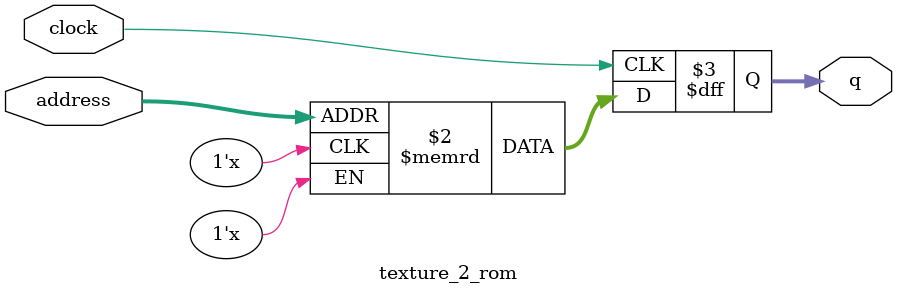
<source format=sv>
module texture_2_rom (
	input logic clock,
	input logic [7:0] address,
	output logic [7:0] q
);

logic [7:0] memory [0:255] /* synthesis ram_init_file = "./texture_2/texture_2.mif" */;

always_ff @ (posedge clock) begin
	q <= memory[address];
end

endmodule

</source>
